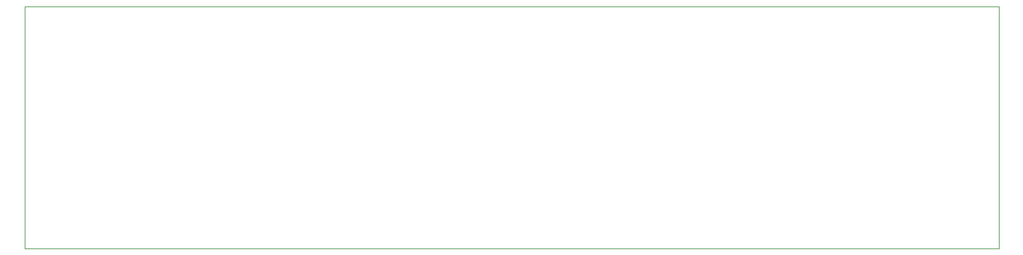
<source format=gbr>
%TF.GenerationSoftware,KiCad,Pcbnew,(6.0.9)*%
%TF.CreationDate,2023-01-12T20:02:04+01:00*%
%TF.ProjectId,pcb,7063622e-6b69-4636-9164-5f7063625858,rev?*%
%TF.SameCoordinates,Original*%
%TF.FileFunction,Profile,NP*%
%FSLAX46Y46*%
G04 Gerber Fmt 4.6, Leading zero omitted, Abs format (unit mm)*
G04 Created by KiCad (PCBNEW (6.0.9)) date 2023-01-12 20:02:04*
%MOMM*%
%LPD*%
G01*
G04 APERTURE LIST*
%TA.AperFunction,Profile*%
%ADD10C,0.100000*%
%TD*%
G04 APERTURE END LIST*
D10*
X195326000Y-47625000D02*
X68707000Y-47625000D01*
X68707000Y-47625000D02*
X68707000Y-16129000D01*
X68707000Y-16129000D02*
X195326000Y-16129000D01*
X195326000Y-16129000D02*
X195326000Y-47625000D01*
M02*

</source>
